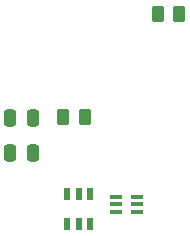
<source format=gbr>
%TF.GenerationSoftware,KiCad,Pcbnew,6.0.10+dfsg-1~bpo11+1*%
%TF.CreationDate,2023-02-12T02:46:31+00:00*%
%TF.ProjectId,ACOMP01,41434f4d-5030-4312-9e6b-696361645f70,rev?*%
%TF.SameCoordinates,Original*%
%TF.FileFunction,Paste,Top*%
%TF.FilePolarity,Positive*%
%FSLAX46Y46*%
G04 Gerber Fmt 4.6, Leading zero omitted, Abs format (unit mm)*
G04 Created by KiCad (PCBNEW 6.0.10+dfsg-1~bpo11+1) date 2023-02-12 02:46:31*
%MOMM*%
%LPD*%
G01*
G04 APERTURE LIST*
G04 Aperture macros list*
%AMRoundRect*
0 Rectangle with rounded corners*
0 $1 Rounding radius*
0 $2 $3 $4 $5 $6 $7 $8 $9 X,Y pos of 4 corners*
0 Add a 4 corners polygon primitive as box body*
4,1,4,$2,$3,$4,$5,$6,$7,$8,$9,$2,$3,0*
0 Add four circle primitives for the rounded corners*
1,1,$1+$1,$2,$3*
1,1,$1+$1,$4,$5*
1,1,$1+$1,$6,$7*
1,1,$1+$1,$8,$9*
0 Add four rect primitives between the rounded corners*
20,1,$1+$1,$2,$3,$4,$5,0*
20,1,$1+$1,$4,$5,$6,$7,0*
20,1,$1+$1,$6,$7,$8,$9,0*
20,1,$1+$1,$8,$9,$2,$3,0*%
G04 Aperture macros list end*
%ADD10RoundRect,0.250000X-0.250000X-0.475000X0.250000X-0.475000X0.250000X0.475000X-0.250000X0.475000X0*%
%ADD11RoundRect,0.250000X-0.262500X-0.450000X0.262500X-0.450000X0.262500X0.450000X-0.262500X0.450000X0*%
%ADD12R,0.500000X1.000760*%
%ADD13R,0.501040X1.000760*%
%ADD14R,1.000000X0.300000*%
G04 APERTURE END LIST*
D10*
%TO.C,C4*%
X-33462000Y15964000D03*
X-31562000Y15964000D03*
%TD*%
%TO.C,C3*%
X-33462000Y12954000D03*
X-31562000Y12954000D03*
%TD*%
D11*
%TO.C,R2*%
X-20984500Y24774000D03*
X-19159500Y24774000D03*
%TD*%
D12*
%TO.C,IC2*%
X-28641000Y6920620D03*
X-27688500Y6920620D03*
X-26736000Y6920620D03*
D13*
X-26736000Y9460620D03*
D12*
X-27688500Y9460620D03*
X-28641000Y9460620D03*
%TD*%
D14*
%TO.C,IC1*%
X-24522000Y9286000D03*
X-24522000Y8636000D03*
X-24522000Y7986000D03*
X-22722000Y7986000D03*
X-22722000Y8636000D03*
X-22722000Y9286000D03*
%TD*%
D11*
%TO.C,R1*%
X-28994500Y15994000D03*
X-27169500Y15994000D03*
%TD*%
M02*

</source>
